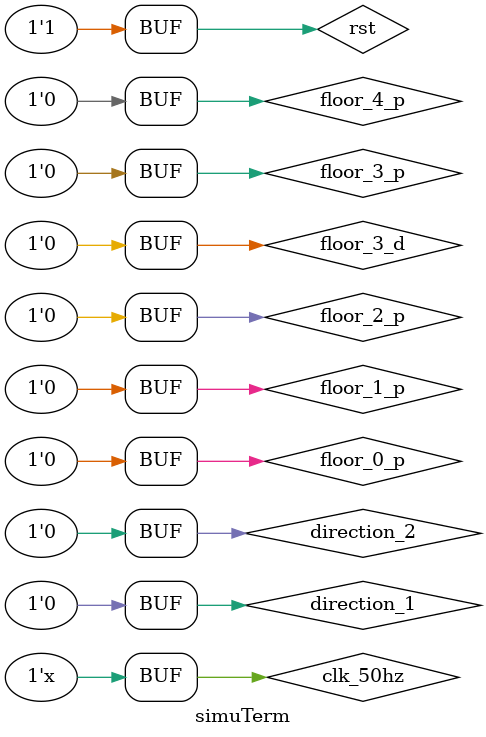
<source format=v>
`timescale 1ns / 1ps


module simuTerm();
    reg clk_50hz,
    rst,
 floor_0_p,floor_1_p,floor_2_p,floor_3_p,floor_4_p
   , direction_1,
direction_2,
direction_3,

floor_0_d,
floor_1_d,
floor_2_d,
floor_3_d,
 floor_4_d;
 
wire
    
led_inside_0,
led_inside_1,
led_inside_2,
led_inside_3,
led_inside_4,

led_outside_0,
led_outside_1,
led_outside_2,
led_outside_3,
led_outside_4,

led_busy,

a,b,c,d,e,f,g,p;

elevator UUT
(
    .clk_50hz(clk_50hz),
    .rst(rst),
    .floor_0_p(floor_0_p),
    .floor_1_p(floor_1_p),
    .floor_2_p(floor_2_p),
    .floor_3_p(floor_3_p),
    .floor_4_p(floor_4_p),
    
    .floor_0_d(floor_0_d),
    .floor_1_d(floor_1_d),
    .floor_2_d(floor_2_d),
    .floor_3_d(floor_3_d),
    .floor_4_d(floor_4_d),
    .led_outside_0(led_outside_0),
    .led_outside_1(led_outside_1),
    .led_outside_2(led_outside_2),
    .led_outside_3(led_outside_3),
    .led_outside_4(led_outside_4),
    .led_inside_0(led_inside_0),
    .led_inside_1(led_inside_1),
    .led_inside_2(led_inside_2),
    .led_inside_3(led_inside_3),
    .led_inside_4(led_inside_4),
    .led_busy(led_busy),
    .direction_1(direction_1),
    .direction_2(direction_2),
    .direction_3(direction_3),
    .a(a),
    .b(b),
    .c(c),
    .d(d),
    .e(e),
    .f(f),
    .g(g),
    .p(p)
);

always #50 clk_50hz = ~clk_50hz; 
initial begin
rst = 1;
floor_0_p = 0;floor_1_p = 0;floor_2_p = 0;floor_3_p = 0;floor_4_p = 0;
clk_50hz = 0;

#25 floor_4_p = 1;
#50
floor_4_p = 0;
floor_2_p = 1; direction_2 = 1;
#100
floor_2_p = 0; direction_2 = 0;
floor_1_p = 1; direction_1 = 1;
#110 floor_1_p = 0; direction_1 = 0;
#500000 floor_3_d = 1; 
#220 floor_3_d = 0; 
end

    
endmodule

</source>
